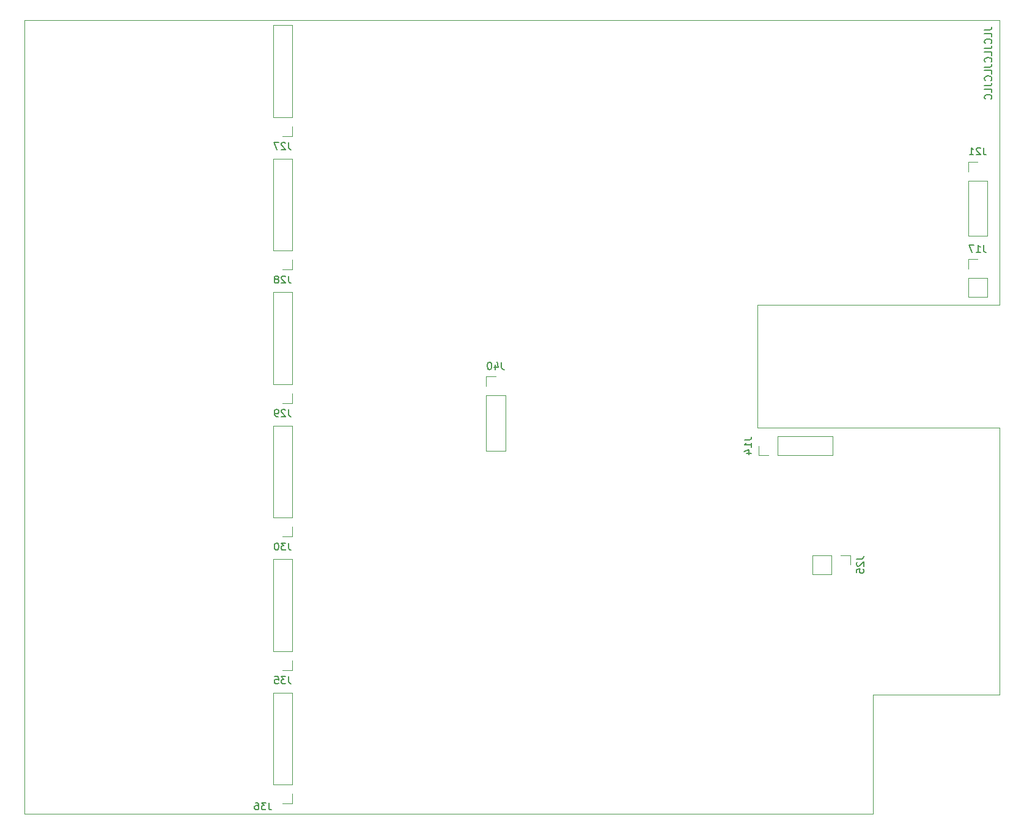
<source format=gbo>
G04 #@! TF.GenerationSoftware,KiCad,Pcbnew,(6.0.1)*
G04 #@! TF.CreationDate,2022-09-12T18:23:53+02:00*
G04 #@! TF.ProjectId,Output-mixer,4f757470-7574-42d6-9d69-7865722e6b69,rev?*
G04 #@! TF.SameCoordinates,Original*
G04 #@! TF.FileFunction,Legend,Bot*
G04 #@! TF.FilePolarity,Positive*
%FSLAX46Y46*%
G04 Gerber Fmt 4.6, Leading zero omitted, Abs format (unit mm)*
G04 Created by KiCad (PCBNEW (6.0.1)) date 2022-09-12 18:23:53*
%MOMM*%
%LPD*%
G01*
G04 APERTURE LIST*
G04 #@! TA.AperFunction,Profile*
%ADD10C,0.050000*%
G04 #@! TD*
G04 #@! TA.AperFunction,Profile*
%ADD11C,0.100000*%
G04 #@! TD*
%ADD12C,0.150000*%
%ADD13C,0.120000*%
%ADD14C,1.800000*%
%ADD15C,4.500000*%
%ADD16C,1.600000*%
%ADD17O,1.600000X1.600000*%
%ADD18R,1.930000X1.830000*%
%ADD19C,2.130000*%
%ADD20R,1.600000X1.600000*%
%ADD21O,3.700000X2.400000*%
%ADD22R,1.800000X1.800000*%
%ADD23C,4.000000*%
%ADD24C,3.200000*%
%ADD25R,1.500000X1.050000*%
%ADD26O,1.500000X1.050000*%
%ADD27R,1.700000X1.700000*%
%ADD28O,1.700000X1.700000*%
G04 APERTURE END LIST*
D10*
X152000000Y-31000000D02*
X152000000Y-70500000D01*
X17000000Y-31000000D02*
X17000000Y-141000000D01*
X17000000Y-31000000D02*
X152000000Y-31000000D01*
D11*
X118500000Y-87500000D02*
X118500000Y-70500000D01*
X152000000Y-87500000D02*
X118500000Y-87500000D01*
X152000000Y-87500000D02*
X152000000Y-124500000D01*
X118500000Y-70500000D02*
X152000000Y-70500000D01*
D10*
X17000000Y-141000000D02*
X134500000Y-141000000D01*
D11*
X152000000Y-124500000D02*
X134500000Y-124500000D01*
X134500000Y-124500000D02*
X134500000Y-141000000D01*
D12*
X149952380Y-32380952D02*
X150666666Y-32380952D01*
X150809523Y-32333333D01*
X150904761Y-32238095D01*
X150952380Y-32095238D01*
X150952380Y-32000000D01*
X150952380Y-33333333D02*
X150952380Y-32857142D01*
X149952380Y-32857142D01*
X150857142Y-34238095D02*
X150904761Y-34190476D01*
X150952380Y-34047619D01*
X150952380Y-33952380D01*
X150904761Y-33809523D01*
X150809523Y-33714285D01*
X150714285Y-33666666D01*
X150523809Y-33619047D01*
X150380952Y-33619047D01*
X150190476Y-33666666D01*
X150095238Y-33714285D01*
X150000000Y-33809523D01*
X149952380Y-33952380D01*
X149952380Y-34047619D01*
X150000000Y-34190476D01*
X150047619Y-34238095D01*
X149952380Y-34952380D02*
X150666666Y-34952380D01*
X150809523Y-34904761D01*
X150904761Y-34809523D01*
X150952380Y-34666666D01*
X150952380Y-34571428D01*
X150952380Y-35904761D02*
X150952380Y-35428571D01*
X149952380Y-35428571D01*
X150857142Y-36809523D02*
X150904761Y-36761904D01*
X150952380Y-36619047D01*
X150952380Y-36523809D01*
X150904761Y-36380952D01*
X150809523Y-36285714D01*
X150714285Y-36238095D01*
X150523809Y-36190476D01*
X150380952Y-36190476D01*
X150190476Y-36238095D01*
X150095238Y-36285714D01*
X150000000Y-36380952D01*
X149952380Y-36523809D01*
X149952380Y-36619047D01*
X150000000Y-36761904D01*
X150047619Y-36809523D01*
X149952380Y-37523809D02*
X150666666Y-37523809D01*
X150809523Y-37476190D01*
X150904761Y-37380952D01*
X150952380Y-37238095D01*
X150952380Y-37142857D01*
X150952380Y-38476190D02*
X150952380Y-38000000D01*
X149952380Y-38000000D01*
X150857142Y-39380952D02*
X150904761Y-39333333D01*
X150952380Y-39190476D01*
X150952380Y-39095238D01*
X150904761Y-38952380D01*
X150809523Y-38857142D01*
X150714285Y-38809523D01*
X150523809Y-38761904D01*
X150380952Y-38761904D01*
X150190476Y-38809523D01*
X150095238Y-38857142D01*
X150000000Y-38952380D01*
X149952380Y-39095238D01*
X149952380Y-39190476D01*
X150000000Y-39333333D01*
X150047619Y-39380952D01*
X149952380Y-40095238D02*
X150666666Y-40095238D01*
X150809523Y-40047619D01*
X150904761Y-39952380D01*
X150952380Y-39809523D01*
X150952380Y-39714285D01*
X150952380Y-41047619D02*
X150952380Y-40571428D01*
X149952380Y-40571428D01*
X150857142Y-41952380D02*
X150904761Y-41904761D01*
X150952380Y-41761904D01*
X150952380Y-41666666D01*
X150904761Y-41523809D01*
X150809523Y-41428571D01*
X150714285Y-41380952D01*
X150523809Y-41333333D01*
X150380952Y-41333333D01*
X150190476Y-41380952D01*
X150095238Y-41428571D01*
X150000000Y-41523809D01*
X149952380Y-41666666D01*
X149952380Y-41761904D01*
X150000000Y-41904761D01*
X150047619Y-41952380D01*
X149809523Y-62182380D02*
X149809523Y-62896666D01*
X149857142Y-63039523D01*
X149952380Y-63134761D01*
X150095238Y-63182380D01*
X150190476Y-63182380D01*
X148809523Y-63182380D02*
X149380952Y-63182380D01*
X149095238Y-63182380D02*
X149095238Y-62182380D01*
X149190476Y-62325238D01*
X149285714Y-62420476D01*
X149380952Y-62468095D01*
X148476190Y-62182380D02*
X147809523Y-62182380D01*
X148238095Y-63182380D01*
X53559523Y-121972380D02*
X53559523Y-122686666D01*
X53607142Y-122829523D01*
X53702380Y-122924761D01*
X53845238Y-122972380D01*
X53940476Y-122972380D01*
X53178571Y-121972380D02*
X52559523Y-121972380D01*
X52892857Y-122353333D01*
X52750000Y-122353333D01*
X52654761Y-122400952D01*
X52607142Y-122448571D01*
X52559523Y-122543809D01*
X52559523Y-122781904D01*
X52607142Y-122877142D01*
X52654761Y-122924761D01*
X52750000Y-122972380D01*
X53035714Y-122972380D01*
X53130952Y-122924761D01*
X53178571Y-122877142D01*
X51654761Y-121972380D02*
X52130952Y-121972380D01*
X52178571Y-122448571D01*
X52130952Y-122400952D01*
X52035714Y-122353333D01*
X51797619Y-122353333D01*
X51702380Y-122400952D01*
X51654761Y-122448571D01*
X51607142Y-122543809D01*
X51607142Y-122781904D01*
X51654761Y-122877142D01*
X51702380Y-122924761D01*
X51797619Y-122972380D01*
X52035714Y-122972380D01*
X52130952Y-122924761D01*
X52178571Y-122877142D01*
X50809523Y-139452380D02*
X50809523Y-140166666D01*
X50857142Y-140309523D01*
X50952380Y-140404761D01*
X51095238Y-140452380D01*
X51190476Y-140452380D01*
X50428571Y-139452380D02*
X49809523Y-139452380D01*
X50142857Y-139833333D01*
X50000000Y-139833333D01*
X49904761Y-139880952D01*
X49857142Y-139928571D01*
X49809523Y-140023809D01*
X49809523Y-140261904D01*
X49857142Y-140357142D01*
X49904761Y-140404761D01*
X50000000Y-140452380D01*
X50285714Y-140452380D01*
X50380952Y-140404761D01*
X50428571Y-140357142D01*
X48952380Y-139452380D02*
X49142857Y-139452380D01*
X49238095Y-139500000D01*
X49285714Y-139547619D01*
X49380952Y-139690476D01*
X49428571Y-139880952D01*
X49428571Y-140261904D01*
X49380952Y-140357142D01*
X49333333Y-140404761D01*
X49238095Y-140452380D01*
X49047619Y-140452380D01*
X48952380Y-140404761D01*
X48904761Y-140357142D01*
X48857142Y-140261904D01*
X48857142Y-140023809D01*
X48904761Y-139928571D01*
X48952380Y-139880952D01*
X49047619Y-139833333D01*
X49238095Y-139833333D01*
X49333333Y-139880952D01*
X49380952Y-139928571D01*
X49428571Y-140023809D01*
X149809523Y-48682380D02*
X149809523Y-49396666D01*
X149857142Y-49539523D01*
X149952380Y-49634761D01*
X150095238Y-49682380D01*
X150190476Y-49682380D01*
X149380952Y-48777619D02*
X149333333Y-48730000D01*
X149238095Y-48682380D01*
X149000000Y-48682380D01*
X148904761Y-48730000D01*
X148857142Y-48777619D01*
X148809523Y-48872857D01*
X148809523Y-48968095D01*
X148857142Y-49110952D01*
X149428571Y-49682380D01*
X148809523Y-49682380D01*
X147857142Y-49682380D02*
X148428571Y-49682380D01*
X148142857Y-49682380D02*
X148142857Y-48682380D01*
X148238095Y-48825238D01*
X148333333Y-48920476D01*
X148428571Y-48968095D01*
X116682380Y-89190476D02*
X117396666Y-89190476D01*
X117539523Y-89142857D01*
X117634761Y-89047619D01*
X117682380Y-88904761D01*
X117682380Y-88809523D01*
X117682380Y-90190476D02*
X117682380Y-89619047D01*
X117682380Y-89904761D02*
X116682380Y-89904761D01*
X116825238Y-89809523D01*
X116920476Y-89714285D01*
X116968095Y-89619047D01*
X117015714Y-91047619D02*
X117682380Y-91047619D01*
X116634761Y-90809523D02*
X117349047Y-90571428D01*
X117349047Y-91190476D01*
X53559523Y-47972380D02*
X53559523Y-48686666D01*
X53607142Y-48829523D01*
X53702380Y-48924761D01*
X53845238Y-48972380D01*
X53940476Y-48972380D01*
X53130952Y-48067619D02*
X53083333Y-48020000D01*
X52988095Y-47972380D01*
X52750000Y-47972380D01*
X52654761Y-48020000D01*
X52607142Y-48067619D01*
X52559523Y-48162857D01*
X52559523Y-48258095D01*
X52607142Y-48400952D01*
X53178571Y-48972380D01*
X52559523Y-48972380D01*
X52226190Y-47972380D02*
X51559523Y-47972380D01*
X51988095Y-48972380D01*
X53559523Y-66472380D02*
X53559523Y-67186666D01*
X53607142Y-67329523D01*
X53702380Y-67424761D01*
X53845238Y-67472380D01*
X53940476Y-67472380D01*
X53130952Y-66567619D02*
X53083333Y-66520000D01*
X52988095Y-66472380D01*
X52750000Y-66472380D01*
X52654761Y-66520000D01*
X52607142Y-66567619D01*
X52559523Y-66662857D01*
X52559523Y-66758095D01*
X52607142Y-66900952D01*
X53178571Y-67472380D01*
X52559523Y-67472380D01*
X51988095Y-66900952D02*
X52083333Y-66853333D01*
X52130952Y-66805714D01*
X52178571Y-66710476D01*
X52178571Y-66662857D01*
X52130952Y-66567619D01*
X52083333Y-66520000D01*
X51988095Y-66472380D01*
X51797619Y-66472380D01*
X51702380Y-66520000D01*
X51654761Y-66567619D01*
X51607142Y-66662857D01*
X51607142Y-66710476D01*
X51654761Y-66805714D01*
X51702380Y-66853333D01*
X51797619Y-66900952D01*
X51988095Y-66900952D01*
X52083333Y-66948571D01*
X52130952Y-66996190D01*
X52178571Y-67091428D01*
X52178571Y-67281904D01*
X52130952Y-67377142D01*
X52083333Y-67424761D01*
X51988095Y-67472380D01*
X51797619Y-67472380D01*
X51702380Y-67424761D01*
X51654761Y-67377142D01*
X51607142Y-67281904D01*
X51607142Y-67091428D01*
X51654761Y-66996190D01*
X51702380Y-66948571D01*
X51797619Y-66900952D01*
X83059523Y-78432380D02*
X83059523Y-79146666D01*
X83107142Y-79289523D01*
X83202380Y-79384761D01*
X83345238Y-79432380D01*
X83440476Y-79432380D01*
X82154761Y-78765714D02*
X82154761Y-79432380D01*
X82392857Y-78384761D02*
X82630952Y-79099047D01*
X82011904Y-79099047D01*
X81440476Y-78432380D02*
X81345238Y-78432380D01*
X81250000Y-78480000D01*
X81202380Y-78527619D01*
X81154761Y-78622857D01*
X81107142Y-78813333D01*
X81107142Y-79051428D01*
X81154761Y-79241904D01*
X81202380Y-79337142D01*
X81250000Y-79384761D01*
X81345238Y-79432380D01*
X81440476Y-79432380D01*
X81535714Y-79384761D01*
X81583333Y-79337142D01*
X81630952Y-79241904D01*
X81678571Y-79051428D01*
X81678571Y-78813333D01*
X81630952Y-78622857D01*
X81583333Y-78527619D01*
X81535714Y-78480000D01*
X81440476Y-78432380D01*
X53559523Y-103472380D02*
X53559523Y-104186666D01*
X53607142Y-104329523D01*
X53702380Y-104424761D01*
X53845238Y-104472380D01*
X53940476Y-104472380D01*
X53178571Y-103472380D02*
X52559523Y-103472380D01*
X52892857Y-103853333D01*
X52750000Y-103853333D01*
X52654761Y-103900952D01*
X52607142Y-103948571D01*
X52559523Y-104043809D01*
X52559523Y-104281904D01*
X52607142Y-104377142D01*
X52654761Y-104424761D01*
X52750000Y-104472380D01*
X53035714Y-104472380D01*
X53130952Y-104424761D01*
X53178571Y-104377142D01*
X51940476Y-103472380D02*
X51845238Y-103472380D01*
X51750000Y-103520000D01*
X51702380Y-103567619D01*
X51654761Y-103662857D01*
X51607142Y-103853333D01*
X51607142Y-104091428D01*
X51654761Y-104281904D01*
X51702380Y-104377142D01*
X51750000Y-104424761D01*
X51845238Y-104472380D01*
X51940476Y-104472380D01*
X52035714Y-104424761D01*
X52083333Y-104377142D01*
X52130952Y-104281904D01*
X52178571Y-104091428D01*
X52178571Y-103853333D01*
X52130952Y-103662857D01*
X52083333Y-103567619D01*
X52035714Y-103520000D01*
X51940476Y-103472380D01*
X132222380Y-105690476D02*
X132936666Y-105690476D01*
X133079523Y-105642857D01*
X133174761Y-105547619D01*
X133222380Y-105404761D01*
X133222380Y-105309523D01*
X132317619Y-106119047D02*
X132270000Y-106166666D01*
X132222380Y-106261904D01*
X132222380Y-106500000D01*
X132270000Y-106595238D01*
X132317619Y-106642857D01*
X132412857Y-106690476D01*
X132508095Y-106690476D01*
X132650952Y-106642857D01*
X133222380Y-106071428D01*
X133222380Y-106690476D01*
X132222380Y-107595238D02*
X132222380Y-107119047D01*
X132698571Y-107071428D01*
X132650952Y-107119047D01*
X132603333Y-107214285D01*
X132603333Y-107452380D01*
X132650952Y-107547619D01*
X132698571Y-107595238D01*
X132793809Y-107642857D01*
X133031904Y-107642857D01*
X133127142Y-107595238D01*
X133174761Y-107547619D01*
X133222380Y-107452380D01*
X133222380Y-107214285D01*
X133174761Y-107119047D01*
X133127142Y-107071428D01*
X53559523Y-84972380D02*
X53559523Y-85686666D01*
X53607142Y-85829523D01*
X53702380Y-85924761D01*
X53845238Y-85972380D01*
X53940476Y-85972380D01*
X53130952Y-85067619D02*
X53083333Y-85020000D01*
X52988095Y-84972380D01*
X52750000Y-84972380D01*
X52654761Y-85020000D01*
X52607142Y-85067619D01*
X52559523Y-85162857D01*
X52559523Y-85258095D01*
X52607142Y-85400952D01*
X53178571Y-85972380D01*
X52559523Y-85972380D01*
X52083333Y-85972380D02*
X51892857Y-85972380D01*
X51797619Y-85924761D01*
X51750000Y-85877142D01*
X51654761Y-85734285D01*
X51607142Y-85543809D01*
X51607142Y-85162857D01*
X51654761Y-85067619D01*
X51702380Y-85020000D01*
X51797619Y-84972380D01*
X51988095Y-84972380D01*
X52083333Y-85020000D01*
X52130952Y-85067619D01*
X52178571Y-85162857D01*
X52178571Y-85400952D01*
X52130952Y-85496190D01*
X52083333Y-85543809D01*
X51988095Y-85591428D01*
X51797619Y-85591428D01*
X51702380Y-85543809D01*
X51654761Y-85496190D01*
X51607142Y-85400952D01*
D13*
X150330000Y-66770000D02*
X147670000Y-66770000D01*
X149000000Y-64170000D02*
X147670000Y-64170000D01*
X147670000Y-64170000D02*
X147670000Y-65500000D01*
X150330000Y-66770000D02*
X150330000Y-69370000D01*
X147670000Y-66770000D02*
X147670000Y-69370000D01*
X150330000Y-69370000D02*
X147670000Y-69370000D01*
X54080000Y-121080000D02*
X54080000Y-119750000D01*
X51420000Y-118480000D02*
X54080000Y-118480000D01*
X54080000Y-118480000D02*
X54080000Y-105720000D01*
X51420000Y-105720000D02*
X54080000Y-105720000D01*
X52750000Y-121080000D02*
X54080000Y-121080000D01*
X51420000Y-118480000D02*
X51420000Y-105720000D01*
X54080000Y-139580000D02*
X54080000Y-138250000D01*
X51420000Y-136980000D02*
X54080000Y-136980000D01*
X54080000Y-136980000D02*
X54080000Y-124220000D01*
X52750000Y-139580000D02*
X54080000Y-139580000D01*
X51420000Y-124220000D02*
X54080000Y-124220000D01*
X51420000Y-136980000D02*
X51420000Y-124220000D01*
X147670000Y-53270000D02*
X147670000Y-60950000D01*
X147670000Y-50670000D02*
X147670000Y-52000000D01*
X150330000Y-53270000D02*
X150330000Y-60950000D01*
X149000000Y-50670000D02*
X147670000Y-50670000D01*
X150330000Y-53270000D02*
X147670000Y-53270000D01*
X150330000Y-60950000D02*
X147670000Y-60950000D01*
X121270000Y-88670000D02*
X128950000Y-88670000D01*
X118670000Y-91330000D02*
X120000000Y-91330000D01*
X128950000Y-88670000D02*
X128950000Y-91330000D01*
X121270000Y-88670000D02*
X121270000Y-91330000D01*
X118670000Y-90000000D02*
X118670000Y-91330000D01*
X121270000Y-91330000D02*
X128950000Y-91330000D01*
X54080000Y-44480000D02*
X54080000Y-31720000D01*
X51420000Y-44480000D02*
X54080000Y-44480000D01*
X51420000Y-31720000D02*
X54080000Y-31720000D01*
X54080000Y-47080000D02*
X54080000Y-45750000D01*
X51420000Y-44480000D02*
X51420000Y-31720000D01*
X52750000Y-47080000D02*
X54080000Y-47080000D01*
X54080000Y-62980000D02*
X54080000Y-50220000D01*
X51420000Y-62980000D02*
X54080000Y-62980000D01*
X51420000Y-62980000D02*
X51420000Y-50220000D01*
X54080000Y-65580000D02*
X54080000Y-64250000D01*
X51420000Y-50220000D02*
X54080000Y-50220000D01*
X52750000Y-65580000D02*
X54080000Y-65580000D01*
X83580000Y-83020000D02*
X83580000Y-90700000D01*
X83580000Y-90700000D02*
X80920000Y-90700000D01*
X82250000Y-80420000D02*
X80920000Y-80420000D01*
X80920000Y-83020000D02*
X80920000Y-90700000D01*
X83580000Y-83020000D02*
X80920000Y-83020000D01*
X80920000Y-80420000D02*
X80920000Y-81750000D01*
X51420000Y-87220000D02*
X54080000Y-87220000D01*
X51420000Y-99980000D02*
X54080000Y-99980000D01*
X54080000Y-99980000D02*
X54080000Y-87220000D01*
X52750000Y-102580000D02*
X54080000Y-102580000D01*
X54080000Y-102580000D02*
X54080000Y-101250000D01*
X51420000Y-99980000D02*
X51420000Y-87220000D01*
X126130000Y-107830000D02*
X126130000Y-105170000D01*
X128730000Y-107830000D02*
X126130000Y-107830000D01*
X128730000Y-105170000D02*
X126130000Y-105170000D01*
X131330000Y-105170000D02*
X130000000Y-105170000D01*
X128730000Y-107830000D02*
X128730000Y-105170000D01*
X131330000Y-106500000D02*
X131330000Y-105170000D01*
X54080000Y-81480000D02*
X54080000Y-68720000D01*
X52750000Y-84080000D02*
X54080000Y-84080000D01*
X51420000Y-81480000D02*
X54080000Y-81480000D01*
X51420000Y-68720000D02*
X54080000Y-68720000D01*
X54080000Y-84080000D02*
X54080000Y-82750000D01*
X51420000Y-81480000D02*
X51420000Y-68720000D01*
%LPC*%
D14*
X72775000Y-98000000D03*
X72775000Y-100000000D03*
X72775000Y-90000000D03*
X72775000Y-96000000D03*
X72775000Y-94000000D03*
X72775000Y-92000000D03*
D15*
X61775000Y-100800000D03*
X61775000Y-89200000D03*
D16*
X120250000Y-38920000D03*
D17*
X120250000Y-49080000D03*
D16*
X117000000Y-51500000D03*
D17*
X117000000Y-61660000D03*
D18*
X32000000Y-107000000D03*
D19*
X32000000Y-118400000D03*
X32000000Y-110100000D03*
D20*
X134955113Y-94750000D03*
D16*
X132955113Y-94750000D03*
D21*
X41100000Y-71800000D03*
X41100000Y-76500000D03*
X41100000Y-81200000D03*
X45900000Y-71800000D03*
X45900000Y-76500000D03*
X45900000Y-81200000D03*
D22*
X105000000Y-56725000D03*
D14*
X105000000Y-59265000D03*
D16*
X76010000Y-73000000D03*
D17*
X86170000Y-73000000D03*
D16*
X102750000Y-136500000D03*
D17*
X112910000Y-136500000D03*
D16*
X102780000Y-62500000D03*
D17*
X112940000Y-62500000D03*
D23*
X98900000Y-95550000D03*
X90100000Y-95550000D03*
D14*
X97000000Y-102550000D03*
X94500000Y-102550000D03*
X92000000Y-102550000D03*
X133000000Y-67275000D03*
X131000000Y-67275000D03*
X141000000Y-67275000D03*
X135000000Y-67275000D03*
X137000000Y-67275000D03*
X139000000Y-67275000D03*
D15*
X130200000Y-56275000D03*
X141800000Y-56275000D03*
D20*
X127455112Y-94750000D03*
D16*
X125455112Y-94750000D03*
D23*
X98900000Y-77050000D03*
X90100000Y-77050000D03*
D14*
X97000000Y-84050000D03*
X94500000Y-84050000D03*
X92000000Y-84050000D03*
D16*
X85500000Y-128920000D03*
D17*
X85500000Y-139080000D03*
D24*
X130500000Y-136000000D03*
D16*
X82000000Y-64410000D03*
D17*
X82000000Y-54250000D03*
D18*
X32000000Y-51500000D03*
D19*
X32000000Y-62900000D03*
X32000000Y-54600000D03*
D16*
X102750000Y-127500000D03*
D17*
X112910000Y-127500000D03*
D18*
X22000000Y-107000000D03*
D19*
X22000000Y-118400000D03*
X22000000Y-110100000D03*
D18*
X22000000Y-33000000D03*
D19*
X22000000Y-44400000D03*
X22000000Y-36100000D03*
D21*
X41100000Y-108800000D03*
X41100000Y-113500000D03*
X41100000Y-118200000D03*
X45900000Y-108800000D03*
X45900000Y-113500000D03*
X45900000Y-118200000D03*
D18*
X32000000Y-125500000D03*
D19*
X32000000Y-136900000D03*
X32000000Y-128600000D03*
D16*
X120750000Y-125000000D03*
D17*
X120750000Y-135160000D03*
D25*
X110000000Y-38225000D03*
D26*
X110000000Y-39495000D03*
X110000000Y-40765000D03*
D25*
X109970000Y-93730000D03*
D26*
X109970000Y-95000000D03*
X109970000Y-96270000D03*
D16*
X102780000Y-43995000D03*
D17*
X112940000Y-43995000D03*
D18*
X22000000Y-70000000D03*
D19*
X22000000Y-81400000D03*
X22000000Y-73100000D03*
D16*
X120250000Y-61660000D03*
D17*
X120250000Y-51500000D03*
D22*
X105000000Y-130725000D03*
D14*
X105000000Y-133265000D03*
D16*
X102780000Y-118000000D03*
D17*
X112940000Y-118000000D03*
D21*
X41100000Y-34800000D03*
X41100000Y-39500000D03*
X41100000Y-44200000D03*
X45900000Y-34800000D03*
X45900000Y-39500000D03*
X45900000Y-44200000D03*
D16*
X102780000Y-109000000D03*
D17*
X112940000Y-109000000D03*
D22*
X105000000Y-112225000D03*
D14*
X105000000Y-114765000D03*
D16*
X117000000Y-49080000D03*
D17*
X117000000Y-38920000D03*
D16*
X102780000Y-81000000D03*
D17*
X112940000Y-81000000D03*
D18*
X22000000Y-51500000D03*
D19*
X22000000Y-62900000D03*
X22000000Y-54600000D03*
D20*
X148455113Y-91000000D03*
D16*
X146455113Y-91000000D03*
D18*
X22000000Y-88500000D03*
D19*
X22000000Y-99900000D03*
X22000000Y-91600000D03*
D16*
X102750000Y-53500000D03*
D17*
X112910000Y-53500000D03*
D18*
X142000000Y-32500000D03*
D19*
X142000000Y-43900000D03*
X142000000Y-35600000D03*
D14*
X140000000Y-122775000D03*
X138000000Y-122775000D03*
X148000000Y-122775000D03*
X142000000Y-122775000D03*
X144000000Y-122775000D03*
X146000000Y-122775000D03*
D15*
X137200000Y-111775000D03*
X148800000Y-111775000D03*
D14*
X72775000Y-135000000D03*
X72775000Y-137000000D03*
X72775000Y-127000000D03*
X72775000Y-133000000D03*
X72775000Y-131000000D03*
X72775000Y-129000000D03*
D15*
X61775000Y-137800000D03*
X61775000Y-126200000D03*
D16*
X102780000Y-72000000D03*
D17*
X112940000Y-72000000D03*
D16*
X112970000Y-85250000D03*
D17*
X102810000Y-85250000D03*
D18*
X32000000Y-70000000D03*
D19*
X32000000Y-81400000D03*
X32000000Y-73100000D03*
D16*
X89220000Y-87500000D03*
D17*
X99380000Y-87500000D03*
D14*
X72775000Y-61000000D03*
X72775000Y-63000000D03*
X72775000Y-53000000D03*
X72775000Y-59000000D03*
X72775000Y-57000000D03*
X72775000Y-55000000D03*
D15*
X61775000Y-63800000D03*
X61775000Y-52200000D03*
D18*
X32000000Y-33000000D03*
D19*
X32000000Y-44400000D03*
X32000000Y-36100000D03*
D16*
X120750000Y-94500000D03*
D17*
X120750000Y-104660000D03*
D16*
X85500000Y-110590000D03*
D17*
X85500000Y-120750000D03*
D23*
X98900000Y-114050000D03*
X90100000Y-114050000D03*
D14*
X97000000Y-121050000D03*
X94500000Y-121050000D03*
X92000000Y-121050000D03*
D16*
X120750000Y-107920000D03*
D17*
X120750000Y-118080000D03*
D14*
X72775000Y-42500000D03*
X72775000Y-44500000D03*
X72775000Y-34500000D03*
X72775000Y-40500000D03*
X72775000Y-38500000D03*
X72775000Y-36500000D03*
D15*
X61775000Y-45300000D03*
X61775000Y-33700000D03*
D14*
X72775000Y-79500000D03*
X72775000Y-81500000D03*
X72775000Y-71500000D03*
X72775000Y-77500000D03*
X72775000Y-75500000D03*
X72775000Y-73500000D03*
D15*
X61775000Y-82300000D03*
X61775000Y-70700000D03*
D16*
X82250000Y-120750000D03*
D17*
X82250000Y-110590000D03*
D20*
X141705113Y-91000000D03*
D16*
X139705113Y-91000000D03*
X117500000Y-118080000D03*
D17*
X117500000Y-107920000D03*
D16*
X82000000Y-139080000D03*
D17*
X82000000Y-128920000D03*
D18*
X32000000Y-88500000D03*
D19*
X32000000Y-99900000D03*
X32000000Y-91600000D03*
D23*
X90100000Y-58550000D03*
X98900000Y-58550000D03*
D14*
X97000000Y-65550000D03*
X94500000Y-65550000D03*
X92000000Y-65550000D03*
D16*
X86080000Y-97500000D03*
D17*
X75920000Y-97500000D03*
D16*
X86250000Y-76500000D03*
D17*
X76090000Y-76500000D03*
D24*
X123500000Y-66500000D03*
D25*
X110140000Y-130730000D03*
D26*
X110140000Y-132000000D03*
X110140000Y-133270000D03*
D16*
X82000000Y-46660000D03*
D17*
X82000000Y-36500000D03*
D22*
X105000000Y-75225000D03*
D14*
X105000000Y-77765000D03*
D18*
X22000000Y-125500000D03*
D19*
X22000000Y-136900000D03*
X22000000Y-128600000D03*
D21*
X41100000Y-90300000D03*
X41100000Y-95000000D03*
X41100000Y-99700000D03*
X45900000Y-90300000D03*
X45900000Y-95000000D03*
X45900000Y-99700000D03*
D22*
X105000000Y-38225000D03*
D14*
X105000000Y-40765000D03*
D21*
X41100000Y-53300000D03*
X41100000Y-58000000D03*
X41100000Y-62700000D03*
X45900000Y-53300000D03*
X45900000Y-58000000D03*
X45900000Y-62700000D03*
D16*
X102750000Y-99500000D03*
D17*
X112910000Y-99500000D03*
D21*
X41100000Y-127300000D03*
X41100000Y-132000000D03*
X41100000Y-136700000D03*
X45900000Y-127300000D03*
X45900000Y-132000000D03*
X45900000Y-136700000D03*
D16*
X85500000Y-54250000D03*
D17*
X85500000Y-64410000D03*
D16*
X102780000Y-34995000D03*
D17*
X112940000Y-34995000D03*
D14*
X72775000Y-116500000D03*
X72775000Y-118500000D03*
X72775000Y-108500000D03*
X72775000Y-114500000D03*
X72775000Y-112500000D03*
X72775000Y-110500000D03*
D15*
X61775000Y-119300000D03*
X61775000Y-107700000D03*
D16*
X117500000Y-104660000D03*
D17*
X117500000Y-94500000D03*
D25*
X110000000Y-75230000D03*
D26*
X110000000Y-76500000D03*
X110000000Y-77770000D03*
D23*
X90100000Y-40050000D03*
X98900000Y-40050000D03*
D14*
X97000000Y-47050000D03*
X94500000Y-47050000D03*
X92000000Y-47050000D03*
D16*
X85500000Y-36500000D03*
D17*
X85500000Y-46660000D03*
D18*
X130000000Y-32500000D03*
D19*
X130000000Y-43900000D03*
X130000000Y-35600000D03*
D23*
X90100000Y-132550000D03*
X98900000Y-132550000D03*
D14*
X97000000Y-139550000D03*
X94500000Y-139550000D03*
X92000000Y-139550000D03*
D16*
X75920000Y-100750000D03*
D17*
X86080000Y-100750000D03*
D16*
X117500000Y-135160000D03*
D17*
X117500000Y-125000000D03*
D16*
X102750000Y-90500000D03*
D17*
X112910000Y-90500000D03*
D25*
X110000000Y-56730000D03*
D26*
X110000000Y-58000000D03*
X110000000Y-59270000D03*
D25*
X110000000Y-112230000D03*
D26*
X110000000Y-113500000D03*
X110000000Y-114770000D03*
D22*
X104970000Y-93725000D03*
D14*
X104970000Y-96265000D03*
D27*
X149000000Y-65500000D03*
D28*
X149000000Y-68040000D03*
D27*
X52750000Y-119750000D03*
D28*
X52750000Y-117210000D03*
X52750000Y-114670000D03*
X52750000Y-112130000D03*
X52750000Y-109590000D03*
X52750000Y-107050000D03*
D27*
X52750000Y-138250000D03*
D28*
X52750000Y-135710000D03*
X52750000Y-133170000D03*
X52750000Y-130630000D03*
X52750000Y-128090000D03*
X52750000Y-125550000D03*
D27*
X149000000Y-52000000D03*
D28*
X149000000Y-54540000D03*
X149000000Y-57080000D03*
X149000000Y-59620000D03*
D27*
X120000000Y-90000000D03*
D28*
X122540000Y-90000000D03*
X125080000Y-90000000D03*
X127620000Y-90000000D03*
D27*
X52750000Y-45750000D03*
D28*
X52750000Y-43210000D03*
X52750000Y-40670000D03*
X52750000Y-38130000D03*
X52750000Y-35590000D03*
X52750000Y-33050000D03*
D27*
X52750000Y-64250000D03*
D28*
X52750000Y-61710000D03*
X52750000Y-59170000D03*
X52750000Y-56630000D03*
X52750000Y-54090000D03*
X52750000Y-51550000D03*
D27*
X82250000Y-81750000D03*
D28*
X82250000Y-84290000D03*
X82250000Y-86830000D03*
X82250000Y-89370000D03*
D27*
X52750000Y-101250000D03*
D28*
X52750000Y-98710000D03*
X52750000Y-96170000D03*
X52750000Y-93630000D03*
X52750000Y-91090000D03*
X52750000Y-88550000D03*
D27*
X130000000Y-106500000D03*
D28*
X127460000Y-106500000D03*
D27*
X52750000Y-82750000D03*
D28*
X52750000Y-80210000D03*
X52750000Y-77670000D03*
X52750000Y-75130000D03*
X52750000Y-72590000D03*
X52750000Y-70050000D03*
M02*

</source>
